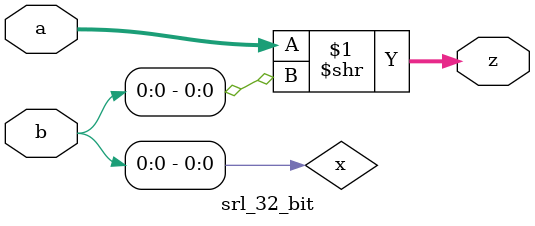
<source format=v>
`timescale 1ns / 1ps
module xor_alu(a,b,z);
    input [7:0] a;
    input [7:0] b;
    output wire [7:0] z;
    
    xor bit0(z[0],a[0],b[0]);
    xor bit1(z[1],a[1],b[1]);
    xor bit2(z[2],a[2],b[2]);
    xor bit3(z[3],a[3],b[3]);
    xor bit4(z[4],a[4],b[4]);
    xor bit5(z[5],a[5],b[5]);
    xor bit6(z[6],a[6],b[6]);
    xor bit7(z[7],a[7],b[7]);
    
endmodule

module xor_32_bit(a,b,z);
    input [31:0] a,b;
    output wire [31:0] z;
    xor_alu g1(a[7:0],b[7:0],z[7:0]);
    xor_alu g2(a[15:8],b[15:8],z[15:8]);
    xor_alu g3(a[23:16],b[23:16],z[23:16]);
    xor_alu g4(a[31:24],b[31:24],z[31:24]);
endmodule

`timescale 1ns / 1ps

module and_alu(a,b,z);
    input [7:0] a;
    input [7:0] b;
    output wire [7:0] z;
    and bit0(z[0],a[0],b[0]);
    and bit1(z[1],a[1],b[1]);
    and bit2(z[2],a[2],b[2]);
    and bit3(z[3],a[3],b[3]);
    and bit4(z[4],a[4],b[4]);
    and bit5(z[5],a[5],b[5]);
    and bit6(z[6],a[6],b[6]);
    and bit7(z[7],a[7],b[7]);   
endmodule

module and_32_bit(a,b,z);
    input [31:0] a,b;
    output wire [31:0] z;
    and_alu g1(a[7:0],b[7:0],z[7:0]);
    and_alu g2(a[15:8],b[15:8],z[15:8]);
    and_alu g3(a[23:16],b[23:16],z[23:16]);
    and_alu g4(a[31:24],b[31:24],z[31:24]);
endmodule

`timescale 1ns / 1ps
module lui_32_bit(immd,z);
    input [31:0] immd;
    output wire [31:0] z; 
    assign  z = immd; 
endmodule


module sgt_32_bit(a,b,z);
    input [31:0] a,b;
    output [31:0] z;

    wire  [31:0] temp;
    wire  cout;
    subtractor_32_bit mod1(b,a,temp,cout);
    assign z[31:1] = 31'b0;
    assign z[0] = temp[31];

endmodule

module sll_32_bit(a,b,z);
    input [31:0] a,b;
    output wire [31:0] z;
    
    wire x;
    assign x = b[0];
    assign z = a << x;
endmodule


module slt_32_bit(a,b,z);
    input [31:0] a,b;
    output [31:0] z;
    wire temp1;

    wire  [31:0] temp;
    subtractor_32_bit mod1(a,b,temp,temp1);
    assign z[31:1] = 31'b0;
    assign z[0] = temp[31];
endmodule
 
module sra_32_bit(a,b,z);
    input [31:0] a,b;
    output reg [31:0] z;
    
    always @(*) begin
        if(b[0]) begin
            z[30:0] <= a[31:1];
            z[31] <= a[31];
        end
        else
            z <= a;
    end
endmodule

module srl_32_bit(a,b,z);
    input [31:0] a,b;
    output wire [31:0] z;
    
    wire x;
    assign x = b[0];
    assign z = a >> x;
endmodule
</source>
